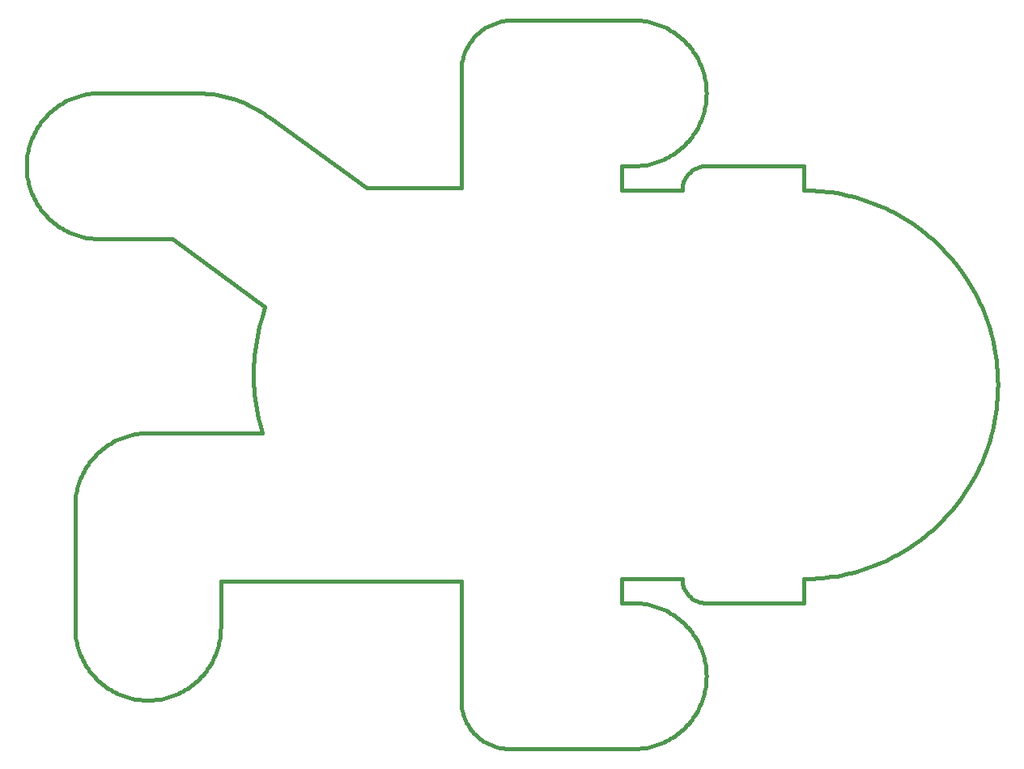
<source format=gko>
G75*
%MOIN*%
%OFA0B0*%
%FSLAX24Y24*%
%IPPOS*%
%LPD*%
%AMOC8*
5,1,8,0,0,1.08239X$1,22.5*
%
%ADD10C,0.0160*%
D10*
X024680Y023375D02*
X027180Y023375D01*
X027182Y023435D01*
X027187Y023496D01*
X027196Y023555D01*
X027209Y023614D01*
X027225Y023673D01*
X027245Y023730D01*
X027268Y023785D01*
X027295Y023840D01*
X027324Y023892D01*
X027357Y023943D01*
X027393Y023992D01*
X027431Y024038D01*
X027473Y024082D01*
X027517Y024124D01*
X027563Y024162D01*
X027612Y024198D01*
X027663Y024231D01*
X027715Y024260D01*
X027770Y024287D01*
X027825Y024310D01*
X027882Y024330D01*
X027941Y024346D01*
X028000Y024359D01*
X028059Y024368D01*
X028120Y024373D01*
X028180Y024375D01*
X032180Y024375D01*
X032180Y023375D01*
X032373Y023373D01*
X032567Y023366D01*
X032759Y023354D01*
X032952Y023338D01*
X033144Y023317D01*
X033336Y023291D01*
X033527Y023261D01*
X033717Y023226D01*
X033906Y023187D01*
X034095Y023143D01*
X034282Y023094D01*
X034468Y023041D01*
X034652Y022983D01*
X034835Y022921D01*
X035017Y022855D01*
X035197Y022784D01*
X035375Y022709D01*
X035551Y022630D01*
X035726Y022546D01*
X035898Y022459D01*
X036068Y022367D01*
X036236Y022271D01*
X036401Y022171D01*
X036564Y022067D01*
X036725Y021959D01*
X036882Y021847D01*
X037037Y021732D01*
X037189Y021612D01*
X037339Y021490D01*
X037485Y021363D01*
X037628Y021233D01*
X037768Y021100D01*
X037905Y020963D01*
X038038Y020823D01*
X038168Y020680D01*
X038295Y020534D01*
X038417Y020384D01*
X038537Y020232D01*
X038652Y020077D01*
X038764Y019920D01*
X038872Y019759D01*
X038976Y019596D01*
X039076Y019431D01*
X039172Y019263D01*
X039264Y019093D01*
X039351Y018921D01*
X039435Y018746D01*
X039514Y018570D01*
X039589Y018392D01*
X039660Y018212D01*
X039726Y018030D01*
X039788Y017847D01*
X039846Y017663D01*
X039899Y017477D01*
X039948Y017290D01*
X039992Y017101D01*
X040031Y016912D01*
X040066Y016722D01*
X040096Y016531D01*
X040122Y016339D01*
X040143Y016147D01*
X040159Y015954D01*
X040171Y015762D01*
X040178Y015568D01*
X040180Y015375D01*
X040178Y015182D01*
X040171Y014988D01*
X040159Y014796D01*
X040143Y014603D01*
X040122Y014411D01*
X040096Y014219D01*
X040066Y014028D01*
X040031Y013838D01*
X039992Y013649D01*
X039948Y013460D01*
X039899Y013273D01*
X039846Y013087D01*
X039788Y012903D01*
X039726Y012720D01*
X039660Y012538D01*
X039589Y012358D01*
X039514Y012180D01*
X039435Y012004D01*
X039351Y011829D01*
X039264Y011657D01*
X039172Y011487D01*
X039076Y011319D01*
X038976Y011154D01*
X038872Y010991D01*
X038764Y010830D01*
X038652Y010673D01*
X038537Y010518D01*
X038417Y010366D01*
X038295Y010216D01*
X038168Y010070D01*
X038038Y009927D01*
X037905Y009787D01*
X037768Y009650D01*
X037628Y009517D01*
X037485Y009387D01*
X037339Y009260D01*
X037189Y009138D01*
X037037Y009018D01*
X036882Y008903D01*
X036725Y008791D01*
X036564Y008683D01*
X036401Y008579D01*
X036236Y008479D01*
X036068Y008383D01*
X035898Y008291D01*
X035726Y008204D01*
X035551Y008120D01*
X035375Y008041D01*
X035197Y007966D01*
X035017Y007895D01*
X034835Y007829D01*
X034652Y007767D01*
X034468Y007709D01*
X034282Y007656D01*
X034095Y007607D01*
X033906Y007563D01*
X033717Y007524D01*
X033527Y007489D01*
X033336Y007459D01*
X033144Y007433D01*
X032952Y007412D01*
X032759Y007396D01*
X032567Y007384D01*
X032373Y007377D01*
X032180Y007375D01*
X032180Y006375D01*
X028180Y006375D01*
X028120Y006377D01*
X028059Y006382D01*
X028000Y006391D01*
X027941Y006404D01*
X027882Y006420D01*
X027825Y006440D01*
X027770Y006463D01*
X027715Y006490D01*
X027663Y006519D01*
X027612Y006552D01*
X027563Y006588D01*
X027517Y006626D01*
X027473Y006668D01*
X027431Y006712D01*
X027393Y006758D01*
X027357Y006807D01*
X027324Y006858D01*
X027295Y006910D01*
X027268Y006965D01*
X027245Y007020D01*
X027225Y007077D01*
X027209Y007136D01*
X027196Y007195D01*
X027187Y007254D01*
X027182Y007315D01*
X027180Y007375D01*
X024680Y007375D01*
X024680Y006375D01*
X025180Y006375D01*
X025287Y006373D01*
X025394Y006367D01*
X025501Y006358D01*
X025607Y006344D01*
X025713Y006327D01*
X025818Y006306D01*
X025922Y006282D01*
X026025Y006253D01*
X026127Y006221D01*
X026228Y006186D01*
X026328Y006147D01*
X026426Y006104D01*
X026523Y006058D01*
X026618Y006008D01*
X026711Y005955D01*
X026802Y005899D01*
X026891Y005839D01*
X026978Y005777D01*
X027062Y005711D01*
X027145Y005642D01*
X027224Y005571D01*
X027301Y005496D01*
X027376Y005419D01*
X027447Y005340D01*
X027516Y005257D01*
X027582Y005173D01*
X027644Y005086D01*
X027704Y004997D01*
X027760Y004906D01*
X027813Y004813D01*
X027863Y004718D01*
X027909Y004621D01*
X027952Y004523D01*
X027991Y004423D01*
X028026Y004322D01*
X028058Y004220D01*
X028087Y004117D01*
X028111Y004013D01*
X028132Y003908D01*
X028149Y003802D01*
X028163Y003696D01*
X028172Y003589D01*
X028178Y003482D01*
X028180Y003375D01*
X028178Y003268D01*
X028172Y003161D01*
X028163Y003054D01*
X028149Y002948D01*
X028132Y002842D01*
X028111Y002737D01*
X028087Y002633D01*
X028058Y002530D01*
X028026Y002428D01*
X027991Y002327D01*
X027952Y002227D01*
X027909Y002129D01*
X027863Y002032D01*
X027813Y001937D01*
X027760Y001844D01*
X027704Y001753D01*
X027644Y001664D01*
X027582Y001577D01*
X027516Y001493D01*
X027447Y001410D01*
X027376Y001331D01*
X027301Y001254D01*
X027224Y001179D01*
X027145Y001108D01*
X027062Y001039D01*
X026978Y000973D01*
X026891Y000911D01*
X026802Y000851D01*
X026711Y000795D01*
X026618Y000742D01*
X026523Y000692D01*
X026426Y000646D01*
X026328Y000603D01*
X026228Y000564D01*
X026127Y000529D01*
X026025Y000497D01*
X025922Y000468D01*
X025818Y000444D01*
X025713Y000423D01*
X025607Y000406D01*
X025501Y000392D01*
X025394Y000383D01*
X025287Y000377D01*
X025180Y000375D01*
X020080Y000375D01*
X019993Y000377D01*
X019906Y000383D01*
X019819Y000392D01*
X019733Y000405D01*
X019647Y000422D01*
X019562Y000443D01*
X019479Y000468D01*
X019396Y000496D01*
X019315Y000527D01*
X019235Y000562D01*
X019157Y000601D01*
X019080Y000643D01*
X019005Y000688D01*
X018933Y000737D01*
X018862Y000788D01*
X018794Y000843D01*
X018729Y000900D01*
X018666Y000961D01*
X018605Y001024D01*
X018548Y001089D01*
X018493Y001157D01*
X018442Y001228D01*
X018393Y001300D01*
X018348Y001375D01*
X018306Y001452D01*
X018267Y001530D01*
X018232Y001610D01*
X018201Y001691D01*
X018173Y001774D01*
X018148Y001857D01*
X018127Y001942D01*
X018110Y002028D01*
X018097Y002114D01*
X018088Y002201D01*
X018082Y002288D01*
X018080Y002375D01*
X018080Y007275D01*
X008180Y007275D01*
X008180Y005375D01*
X008178Y005268D01*
X008172Y005161D01*
X008163Y005054D01*
X008149Y004948D01*
X008132Y004842D01*
X008111Y004737D01*
X008087Y004633D01*
X008058Y004530D01*
X008026Y004428D01*
X007991Y004327D01*
X007952Y004227D01*
X007909Y004129D01*
X007863Y004032D01*
X007813Y003937D01*
X007760Y003844D01*
X007704Y003753D01*
X007644Y003664D01*
X007582Y003577D01*
X007516Y003493D01*
X007447Y003410D01*
X007376Y003331D01*
X007301Y003254D01*
X007224Y003179D01*
X007145Y003108D01*
X007062Y003039D01*
X006978Y002973D01*
X006891Y002911D01*
X006802Y002851D01*
X006711Y002795D01*
X006618Y002742D01*
X006523Y002692D01*
X006426Y002646D01*
X006328Y002603D01*
X006228Y002564D01*
X006127Y002529D01*
X006025Y002497D01*
X005922Y002468D01*
X005818Y002444D01*
X005713Y002423D01*
X005607Y002406D01*
X005501Y002392D01*
X005394Y002383D01*
X005287Y002377D01*
X005180Y002375D01*
X005073Y002377D01*
X004966Y002383D01*
X004859Y002392D01*
X004753Y002406D01*
X004647Y002423D01*
X004542Y002444D01*
X004438Y002468D01*
X004335Y002497D01*
X004233Y002529D01*
X004132Y002564D01*
X004032Y002603D01*
X003934Y002646D01*
X003837Y002692D01*
X003742Y002742D01*
X003649Y002795D01*
X003558Y002851D01*
X003469Y002911D01*
X003382Y002973D01*
X003298Y003039D01*
X003215Y003108D01*
X003136Y003179D01*
X003059Y003254D01*
X002984Y003331D01*
X002913Y003410D01*
X002844Y003493D01*
X002778Y003577D01*
X002716Y003664D01*
X002656Y003753D01*
X002600Y003844D01*
X002547Y003937D01*
X002497Y004032D01*
X002451Y004129D01*
X002408Y004227D01*
X002369Y004327D01*
X002334Y004428D01*
X002302Y004530D01*
X002273Y004633D01*
X002249Y004737D01*
X002228Y004842D01*
X002211Y004948D01*
X002197Y005054D01*
X002188Y005161D01*
X002182Y005268D01*
X002180Y005375D01*
X002180Y010375D01*
X002182Y010482D01*
X002188Y010589D01*
X002197Y010696D01*
X002211Y010802D01*
X002228Y010908D01*
X002249Y011013D01*
X002273Y011117D01*
X002302Y011220D01*
X002334Y011322D01*
X002369Y011423D01*
X002408Y011523D01*
X002451Y011621D01*
X002497Y011718D01*
X002547Y011813D01*
X002600Y011906D01*
X002656Y011997D01*
X002716Y012086D01*
X002778Y012173D01*
X002844Y012257D01*
X002913Y012340D01*
X002984Y012419D01*
X003059Y012496D01*
X003136Y012571D01*
X003215Y012642D01*
X003298Y012711D01*
X003382Y012777D01*
X003469Y012839D01*
X003558Y012899D01*
X003649Y012955D01*
X003742Y013008D01*
X003837Y013058D01*
X003934Y013104D01*
X004032Y013147D01*
X004132Y013186D01*
X004233Y013221D01*
X004335Y013253D01*
X004438Y013282D01*
X004542Y013306D01*
X004647Y013327D01*
X004753Y013344D01*
X004859Y013358D01*
X004966Y013367D01*
X005073Y013373D01*
X005180Y013375D01*
X009880Y013375D01*
X009780Y013775D01*
X009734Y013972D01*
X009692Y014170D01*
X009655Y014369D01*
X009622Y014569D01*
X009595Y014770D01*
X009573Y014971D01*
X009555Y015173D01*
X009543Y015375D01*
X009535Y015577D01*
X009532Y015780D01*
X009534Y015982D01*
X009541Y016184D01*
X009553Y016386D01*
X009570Y016588D01*
X009592Y016789D01*
X009619Y016990D01*
X009650Y017190D01*
X009687Y017389D01*
X009728Y017587D01*
X009774Y017785D01*
X009825Y017981D01*
X009880Y018175D01*
X009980Y018575D01*
X006180Y021375D01*
X003180Y021375D01*
X003073Y021377D01*
X002966Y021383D01*
X002859Y021392D01*
X002753Y021406D01*
X002647Y021423D01*
X002542Y021444D01*
X002438Y021468D01*
X002335Y021497D01*
X002233Y021529D01*
X002132Y021564D01*
X002032Y021603D01*
X001934Y021646D01*
X001837Y021692D01*
X001742Y021742D01*
X001649Y021795D01*
X001558Y021851D01*
X001469Y021911D01*
X001382Y021973D01*
X001298Y022039D01*
X001215Y022108D01*
X001136Y022179D01*
X001059Y022254D01*
X000984Y022331D01*
X000913Y022410D01*
X000844Y022493D01*
X000778Y022577D01*
X000716Y022664D01*
X000656Y022753D01*
X000600Y022844D01*
X000547Y022937D01*
X000497Y023032D01*
X000451Y023129D01*
X000408Y023227D01*
X000369Y023327D01*
X000334Y023428D01*
X000302Y023530D01*
X000273Y023633D01*
X000249Y023737D01*
X000228Y023842D01*
X000211Y023948D01*
X000197Y024054D01*
X000188Y024161D01*
X000182Y024268D01*
X000180Y024375D01*
X000182Y024482D01*
X000188Y024589D01*
X000197Y024696D01*
X000211Y024802D01*
X000228Y024908D01*
X000249Y025013D01*
X000273Y025117D01*
X000302Y025220D01*
X000334Y025322D01*
X000369Y025423D01*
X000408Y025523D01*
X000451Y025621D01*
X000497Y025718D01*
X000547Y025813D01*
X000600Y025906D01*
X000656Y025997D01*
X000716Y026086D01*
X000778Y026173D01*
X000844Y026257D01*
X000913Y026340D01*
X000984Y026419D01*
X001059Y026496D01*
X001136Y026571D01*
X001215Y026642D01*
X001298Y026711D01*
X001382Y026777D01*
X001469Y026839D01*
X001558Y026899D01*
X001649Y026955D01*
X001742Y027008D01*
X001837Y027058D01*
X001934Y027104D01*
X002032Y027147D01*
X002132Y027186D01*
X002233Y027221D01*
X002335Y027253D01*
X002438Y027282D01*
X002542Y027306D01*
X002647Y027327D01*
X002753Y027344D01*
X002859Y027358D01*
X002966Y027367D01*
X003073Y027373D01*
X003180Y027375D01*
X007180Y027375D01*
X007320Y027373D01*
X007460Y027367D01*
X007599Y027357D01*
X007738Y027344D01*
X007877Y027326D01*
X008015Y027305D01*
X008153Y027279D01*
X008290Y027250D01*
X008426Y027217D01*
X008561Y027181D01*
X008695Y027140D01*
X008827Y027096D01*
X008959Y027048D01*
X009089Y026996D01*
X009217Y026941D01*
X009344Y026882D01*
X009469Y026820D01*
X009593Y026754D01*
X009715Y026685D01*
X009834Y026612D01*
X009952Y026537D01*
X010067Y026457D01*
X010180Y026375D01*
X014180Y023475D01*
X018080Y023475D01*
X018080Y028275D01*
X018082Y028364D01*
X018088Y028453D01*
X018097Y028542D01*
X018110Y028630D01*
X018127Y028717D01*
X018148Y028804D01*
X018172Y028890D01*
X018200Y028975D01*
X018231Y029058D01*
X018266Y029140D01*
X018305Y029220D01*
X018347Y029299D01*
X018392Y029376D01*
X018440Y029451D01*
X018492Y029524D01*
X018546Y029594D01*
X018604Y029662D01*
X018664Y029728D01*
X018727Y029791D01*
X018793Y029851D01*
X018861Y029909D01*
X018931Y029963D01*
X019004Y030015D01*
X019079Y030063D01*
X019156Y030108D01*
X019235Y030150D01*
X019315Y030189D01*
X019397Y030224D01*
X019480Y030255D01*
X019565Y030283D01*
X019651Y030307D01*
X019738Y030328D01*
X019825Y030345D01*
X019913Y030358D01*
X020002Y030367D01*
X020091Y030373D01*
X020180Y030375D01*
X025180Y030375D01*
X025287Y030373D01*
X025394Y030367D01*
X025501Y030358D01*
X025607Y030344D01*
X025713Y030327D01*
X025818Y030306D01*
X025922Y030282D01*
X026025Y030253D01*
X026127Y030221D01*
X026228Y030186D01*
X026328Y030147D01*
X026426Y030104D01*
X026523Y030058D01*
X026618Y030008D01*
X026711Y029955D01*
X026802Y029899D01*
X026891Y029839D01*
X026978Y029777D01*
X027062Y029711D01*
X027145Y029642D01*
X027224Y029571D01*
X027301Y029496D01*
X027376Y029419D01*
X027447Y029340D01*
X027516Y029257D01*
X027582Y029173D01*
X027644Y029086D01*
X027704Y028997D01*
X027760Y028906D01*
X027813Y028813D01*
X027863Y028718D01*
X027909Y028621D01*
X027952Y028523D01*
X027991Y028423D01*
X028026Y028322D01*
X028058Y028220D01*
X028087Y028117D01*
X028111Y028013D01*
X028132Y027908D01*
X028149Y027802D01*
X028163Y027696D01*
X028172Y027589D01*
X028178Y027482D01*
X028180Y027375D01*
X028178Y027268D01*
X028172Y027161D01*
X028163Y027054D01*
X028149Y026948D01*
X028132Y026842D01*
X028111Y026737D01*
X028087Y026633D01*
X028058Y026530D01*
X028026Y026428D01*
X027991Y026327D01*
X027952Y026227D01*
X027909Y026129D01*
X027863Y026032D01*
X027813Y025937D01*
X027760Y025844D01*
X027704Y025753D01*
X027644Y025664D01*
X027582Y025577D01*
X027516Y025493D01*
X027447Y025410D01*
X027376Y025331D01*
X027301Y025254D01*
X027224Y025179D01*
X027145Y025108D01*
X027062Y025039D01*
X026978Y024973D01*
X026891Y024911D01*
X026802Y024851D01*
X026711Y024795D01*
X026618Y024742D01*
X026523Y024692D01*
X026426Y024646D01*
X026328Y024603D01*
X026228Y024564D01*
X026127Y024529D01*
X026025Y024497D01*
X025922Y024468D01*
X025818Y024444D01*
X025713Y024423D01*
X025607Y024406D01*
X025501Y024392D01*
X025394Y024383D01*
X025287Y024377D01*
X025180Y024375D01*
X024680Y024375D01*
X024680Y023375D01*
M02*

</source>
